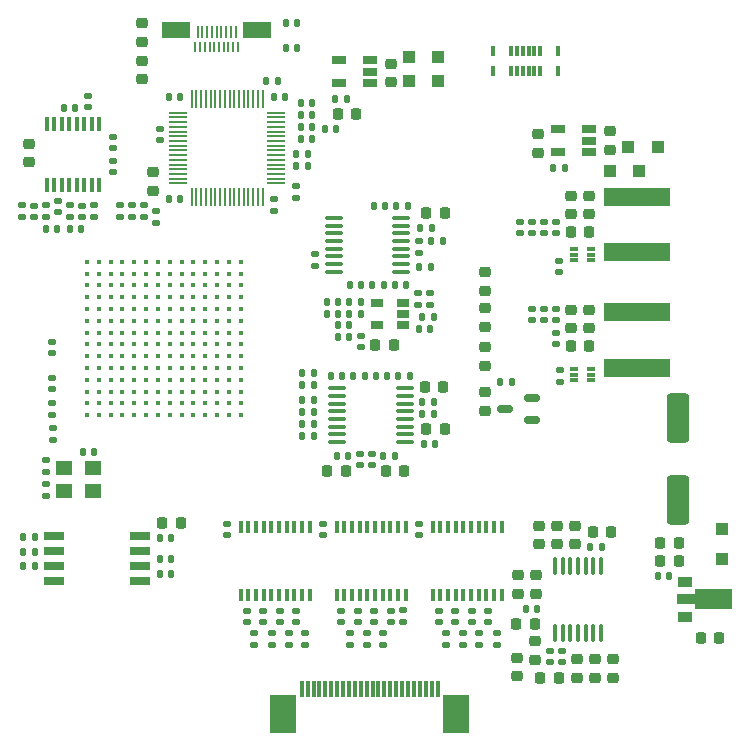
<source format=gbr>
%TF.GenerationSoftware,KiCad,Pcbnew,8.0.7*%
%TF.CreationDate,2025-01-06T00:02:34+01:00*%
%TF.ProjectId,hd_64_v0,68645f36-345f-4763-902e-6b696361645f,0.2*%
%TF.SameCoordinates,PX4737720PY55fe290*%
%TF.FileFunction,Paste,Top*%
%TF.FilePolarity,Positive*%
%FSLAX46Y46*%
G04 Gerber Fmt 4.6, Leading zero omitted, Abs format (unit mm)*
G04 Created by KiCad (PCBNEW 8.0.7) date 2025-01-06 00:02:34*
%MOMM*%
%LPD*%
G01*
G04 APERTURE LIST*
G04 Aperture macros list*
%AMRoundRect*
0 Rectangle with rounded corners*
0 $1 Rounding radius*
0 $2 $3 $4 $5 $6 $7 $8 $9 X,Y pos of 4 corners*
0 Add a 4 corners polygon primitive as box body*
4,1,4,$2,$3,$4,$5,$6,$7,$8,$9,$2,$3,0*
0 Add four circle primitives for the rounded corners*
1,1,$1+$1,$2,$3*
1,1,$1+$1,$4,$5*
1,1,$1+$1,$6,$7*
1,1,$1+$1,$8,$9*
0 Add four rect primitives between the rounded corners*
20,1,$1+$1,$2,$3,$4,$5,0*
20,1,$1+$1,$4,$5,$6,$7,0*
20,1,$1+$1,$6,$7,$8,$9,0*
20,1,$1+$1,$8,$9,$2,$3,0*%
%AMFreePoly0*
4,1,9,3.862500,-0.866500,0.737500,-0.866500,0.737500,-0.450000,-0.737500,-0.450000,-0.737500,0.450000,0.737500,0.450000,0.737500,0.866500,3.862500,0.866500,3.862500,-0.866500,3.862500,-0.866500,$1*%
G04 Aperture macros list end*
%ADD10RoundRect,0.218750X0.256250X-0.218750X0.256250X0.218750X-0.256250X0.218750X-0.256250X-0.218750X0*%
%ADD11RoundRect,0.147500X0.172500X-0.147500X0.172500X0.147500X-0.172500X0.147500X-0.172500X-0.147500X0*%
%ADD12RoundRect,0.147500X-0.172500X0.147500X-0.172500X-0.147500X0.172500X-0.147500X0.172500X0.147500X0*%
%ADD13RoundRect,0.150000X0.512500X0.150000X-0.512500X0.150000X-0.512500X-0.150000X0.512500X-0.150000X0*%
%ADD14RoundRect,0.147500X-0.147500X-0.172500X0.147500X-0.172500X0.147500X0.172500X-0.147500X0.172500X0*%
%ADD15RoundRect,0.147500X0.147500X0.172500X-0.147500X0.172500X-0.147500X-0.172500X0.147500X-0.172500X0*%
%ADD16R,0.400000X1.000000*%
%ADD17RoundRect,0.100000X0.637500X0.100000X-0.637500X0.100000X-0.637500X-0.100000X0.637500X-0.100000X0*%
%ADD18R,1.300000X0.900000*%
%ADD19FreePoly0,0.000000*%
%ADD20RoundRect,0.218750X-0.218750X-0.256250X0.218750X-0.256250X0.218750X0.256250X-0.218750X0.256250X0*%
%ADD21R,0.400000X1.200000*%
%ADD22R,2.200000X3.300000*%
%ADD23R,0.300000X1.400000*%
%ADD24RoundRect,0.100000X-0.637500X-0.100000X0.637500X-0.100000X0.637500X0.100000X-0.637500X0.100000X0*%
%ADD25R,1.000000X1.000000*%
%ADD26R,5.700000X1.600000*%
%ADD27RoundRect,0.218750X-0.256250X0.218750X-0.256250X-0.218750X0.256250X-0.218750X0.256250X0.218750X0*%
%ADD28RoundRect,0.250000X-0.700000X1.825000X-0.700000X-1.825000X0.700000X-1.825000X0.700000X1.825000X0*%
%ADD29R,1.060000X0.650000*%
%ADD30RoundRect,0.218750X0.218750X0.256250X-0.218750X0.256250X-0.218750X-0.256250X0.218750X-0.256250X0*%
%ADD31R,0.304800X0.863600*%
%ADD32R,0.700000X0.340000*%
%ADD33R,1.400000X1.200000*%
%ADD34RoundRect,0.062500X0.687500X0.062500X-0.687500X0.062500X-0.687500X-0.062500X0.687500X-0.062500X0*%
%ADD35RoundRect,0.062500X0.062500X0.687500X-0.062500X0.687500X-0.062500X-0.687500X0.062500X-0.687500X0*%
%ADD36R,1.220000X0.650000*%
%ADD37R,1.700000X0.650000*%
%ADD38C,0.450000*%
%ADD39R,0.230000X0.850000*%
%ADD40R,0.230000X1.000000*%
%ADD41R,2.400000X1.380000*%
%ADD42RoundRect,0.100000X0.100000X-0.637500X0.100000X0.637500X-0.100000X0.637500X-0.100000X-0.637500X0*%
G04 APERTURE END LIST*
D10*
X2924000Y49082500D03*
X2924000Y50657500D03*
D11*
X36888500Y37036000D03*
X36888500Y38006000D03*
D12*
X33528000Y11130000D03*
X33528000Y10160000D03*
D11*
X4826000Y27709000D03*
X4826000Y28679000D03*
D12*
X38989000Y11130000D03*
X38989000Y10160000D03*
X30099000Y9225000D03*
X30099000Y8255000D03*
D13*
X45460500Y27244000D03*
X45460500Y29144000D03*
X43185500Y28194000D03*
D14*
X2436000Y17399000D03*
X3406000Y17399000D03*
D15*
X29949000Y24257000D03*
X28979000Y24257000D03*
D10*
X52093000Y50139500D03*
X52093000Y51714500D03*
D16*
X28952000Y12444000D03*
X29602000Y12444000D03*
X30252000Y12444000D03*
X30902000Y12444000D03*
X31552000Y12444000D03*
X32202000Y12444000D03*
X32852000Y12444000D03*
X33502000Y12444000D03*
X34152000Y12444000D03*
X34802000Y12444000D03*
X34802000Y18244000D03*
X34152000Y18244000D03*
X33502000Y18244000D03*
X32852000Y18244000D03*
X32202000Y18244000D03*
X31552000Y18244000D03*
X30902000Y18244000D03*
X30252000Y18244000D03*
X29602000Y18244000D03*
X28952000Y18244000D03*
D17*
X34739500Y25411000D03*
X34739500Y26061000D03*
X34739500Y26711000D03*
X34739500Y27361000D03*
X34739500Y28011000D03*
X34739500Y28661000D03*
X34739500Y29311000D03*
X34739500Y29961000D03*
X29014500Y29961000D03*
X29014500Y29311000D03*
X29014500Y28661000D03*
X29014500Y28011000D03*
X29014500Y27361000D03*
X29014500Y26711000D03*
X29014500Y26061000D03*
X29014500Y25411000D03*
D12*
X30929500Y24402000D03*
X30929500Y23432000D03*
D15*
X24615000Y54610000D03*
X23645000Y54610000D03*
D18*
X58476500Y13589000D03*
D19*
X58564000Y12089000D03*
D18*
X58476500Y10589000D03*
D12*
X25527000Y11130000D03*
X25527000Y10160000D03*
D15*
X51412000Y16510000D03*
X50442000Y16510000D03*
D11*
X5334000Y44854000D03*
X5334000Y45824000D03*
D15*
X37188000Y27813000D03*
X36218000Y27813000D03*
D20*
X56362500Y16891000D03*
X57937500Y16891000D03*
D12*
X42545000Y9225000D03*
X42545000Y8255000D03*
D20*
X33121500Y22987000D03*
X34696500Y22987000D03*
D14*
X28139000Y36270000D03*
X29109000Y36270000D03*
D21*
X4401500Y47170000D03*
X5036500Y47170000D03*
X5671500Y47170000D03*
X6306500Y47170000D03*
X6941500Y47170000D03*
X7576500Y47170000D03*
X8211500Y47170000D03*
X8846500Y47170000D03*
X8846500Y52370000D03*
X8211500Y52370000D03*
X7576500Y52370000D03*
X6941500Y52370000D03*
X6306500Y52370000D03*
X5671500Y52370000D03*
X5036500Y52370000D03*
X4401500Y52370000D03*
D22*
X24400000Y2407500D03*
X39100000Y2407500D03*
D23*
X26000000Y4477500D03*
X26500000Y4477500D03*
X27000000Y4477500D03*
X27500000Y4477500D03*
X28000000Y4477500D03*
X28500000Y4477500D03*
X29000000Y4477500D03*
X29500000Y4477500D03*
X30000000Y4477500D03*
X30500000Y4477500D03*
X31000000Y4477500D03*
X31500000Y4477500D03*
X32000000Y4477500D03*
X32500000Y4477500D03*
X33000000Y4477500D03*
X33500000Y4477500D03*
X34000000Y4477500D03*
X34500000Y4477500D03*
X35000000Y4477500D03*
X35500000Y4477500D03*
X36000000Y4477500D03*
X36500000Y4477500D03*
X37000000Y4477500D03*
X37500000Y4477500D03*
D12*
X30734000Y11130000D03*
X30734000Y10160000D03*
D15*
X27028000Y28956000D03*
X26058000Y28956000D03*
D24*
X28692000Y44368000D03*
X28692000Y43718000D03*
X28692000Y43068000D03*
X28692000Y42418000D03*
X28692000Y41768000D03*
X28692000Y41118000D03*
X28692000Y40468000D03*
X28692000Y39818000D03*
X34417000Y39818000D03*
X34417000Y40468000D03*
X34417000Y41118000D03*
X34417000Y41768000D03*
X34417000Y42418000D03*
X34417000Y43068000D03*
X34417000Y43718000D03*
X34417000Y44368000D03*
D12*
X7386000Y45429000D03*
X7386000Y44459000D03*
D25*
X61595000Y18014000D03*
X61595000Y15514000D03*
D26*
X54399000Y41465000D03*
X54399000Y46165000D03*
D15*
X26520000Y48768000D03*
X25550000Y48768000D03*
X34833500Y38664000D03*
X33863500Y38664000D03*
D20*
X28168500Y22987000D03*
X29743500Y22987000D03*
D14*
X29039000Y34270000D03*
X30009000Y34270000D03*
D27*
X49276000Y7010500D03*
X49276000Y5435500D03*
D15*
X29822000Y54483000D03*
X28852000Y54483000D03*
D12*
X29337000Y11130000D03*
X29337000Y10160000D03*
D28*
X57872500Y27478000D03*
X57872500Y20528000D03*
D12*
X46990000Y7724000D03*
X46990000Y6754000D03*
D10*
X41529000Y35153500D03*
X41529000Y36728500D03*
D14*
X23010000Y56007000D03*
X23980000Y56007000D03*
D20*
X36423500Y30099000D03*
X37998500Y30099000D03*
D25*
X53657000Y50419000D03*
X56157000Y50419000D03*
D15*
X36934000Y40259000D03*
X35964000Y40259000D03*
D29*
X34559500Y35301000D03*
X34559500Y36251000D03*
X34559500Y37201000D03*
X32359500Y37201000D03*
X32359500Y35301000D03*
D30*
X38125500Y44760000D03*
X36550500Y44760000D03*
D12*
X23624000Y45955000D03*
X23624000Y44985000D03*
D14*
X26058000Y26924000D03*
X27028000Y26924000D03*
D11*
X19685000Y17526000D03*
X19685000Y18496000D03*
D31*
X47708000Y56793000D03*
X46208000Y56793000D03*
X45708001Y56793000D03*
X45208000Y56793000D03*
X44708000Y56793000D03*
X44207999Y56793000D03*
X43708000Y56793000D03*
X42208000Y56793000D03*
X42208000Y58523000D03*
X43708000Y58523000D03*
X44207999Y58523000D03*
X44708000Y58523000D03*
X45208000Y58523000D03*
X45708001Y58523000D03*
X46208000Y58523000D03*
X47708000Y58523000D03*
D15*
X5311000Y43434000D03*
X4341000Y43434000D03*
D11*
X47541000Y43076000D03*
X47541000Y44046000D03*
D15*
X15725000Y54610000D03*
X14755000Y54610000D03*
D14*
X32916000Y24257000D03*
X33886000Y24257000D03*
D20*
X50647500Y17780000D03*
X52222500Y17780000D03*
D15*
X48280000Y48641000D03*
X47310000Y48641000D03*
X33251000Y30988000D03*
X32281000Y30988000D03*
D14*
X28139000Y37270000D03*
X29109000Y37270000D03*
D12*
X4318000Y21821000D03*
X4318000Y20851000D03*
X26289000Y9225000D03*
X26289000Y8255000D03*
D20*
X48785500Y43180000D03*
X50360500Y43180000D03*
D15*
X36992500Y43490000D03*
X36022500Y43490000D03*
X26520000Y49784000D03*
X25550000Y49784000D03*
D12*
X4924000Y26555000D03*
X4924000Y25585000D03*
D27*
X50335000Y46253500D03*
X50335000Y44678500D03*
D15*
X27028000Y31242000D03*
X26058000Y31242000D03*
D20*
X56362500Y15367000D03*
X57937500Y15367000D03*
D12*
X2286000Y45443000D03*
X2286000Y44473000D03*
D11*
X10053000Y50301000D03*
X10053000Y51271000D03*
D12*
X21971000Y9225000D03*
X21971000Y8255000D03*
D10*
X41529000Y38201500D03*
X41529000Y39776500D03*
D15*
X26901000Y52070000D03*
X25931000Y52070000D03*
D12*
X24892000Y9225000D03*
X24892000Y8255000D03*
D27*
X44196000Y7137500D03*
X44196000Y5562500D03*
D15*
X57127000Y14097000D03*
X56157000Y14097000D03*
D20*
X29057500Y53213000D03*
X30632500Y53213000D03*
D15*
X35156000Y30988000D03*
X34186000Y30988000D03*
D12*
X13624000Y44955000D03*
X13624000Y43985000D03*
X30988000Y34394000D03*
X30988000Y33424000D03*
D27*
X47625000Y18313500D03*
X47625000Y16738500D03*
X52324000Y7010500D03*
X52324000Y5435500D03*
D15*
X31346000Y30988000D03*
X30376000Y30988000D03*
D12*
X6350000Y45443000D03*
X6350000Y44473000D03*
D15*
X32928500Y38664000D03*
X31958500Y38664000D03*
D32*
X50534000Y40775000D03*
X50534000Y41275000D03*
X50534000Y41775000D03*
X49034000Y41775000D03*
X49034000Y41275000D03*
X49034000Y40775000D03*
D10*
X12446000Y56108500D03*
X12446000Y57683500D03*
D11*
X27813000Y17526000D03*
X27813000Y18496000D03*
D15*
X28933000Y51943000D03*
X27963000Y51943000D03*
D12*
X41783000Y11130000D03*
X41783000Y10160000D03*
D33*
X5912000Y21275000D03*
X8312000Y21275000D03*
X8312000Y23175000D03*
X5912000Y23175000D03*
D12*
X27109500Y41308000D03*
X27109500Y40338000D03*
D14*
X33990500Y45395000D03*
X34960500Y45395000D03*
D27*
X46101000Y18313500D03*
X46101000Y16738500D03*
D15*
X15709000Y45970000D03*
X14739000Y45970000D03*
X26901000Y54102000D03*
X25931000Y54102000D03*
D10*
X33528000Y55854500D03*
X33528000Y57429500D03*
D12*
X32893000Y9225000D03*
X32893000Y8255000D03*
D15*
X37315000Y25273000D03*
X36345000Y25273000D03*
D30*
X33807500Y33655000D03*
X32232500Y33655000D03*
D14*
X2436000Y16129000D03*
X3406000Y16129000D03*
X36980000Y42418000D03*
X37950000Y42418000D03*
D12*
X11624000Y45455000D03*
X11624000Y44485000D03*
X48006000Y7724000D03*
X48006000Y6754000D03*
X10624000Y45455000D03*
X10624000Y44485000D03*
D27*
X41529000Y33426500D03*
X41529000Y31851500D03*
D12*
X45466000Y36680000D03*
X45466000Y35710000D03*
X41021000Y9225000D03*
X41021000Y8255000D03*
D34*
X23860000Y47292000D03*
X23860000Y47692000D03*
X23860000Y48092000D03*
X23860000Y48492000D03*
X23860000Y48892000D03*
X23860000Y49292000D03*
X23860000Y49692000D03*
X23860000Y50092000D03*
X23860000Y50492000D03*
X23860000Y50892000D03*
X23860000Y51292000D03*
X23860000Y51692000D03*
X23860000Y52092000D03*
X23860000Y52492000D03*
X23860000Y52892000D03*
X23860000Y53292000D03*
D35*
X22685000Y54467000D03*
X22285000Y54467000D03*
X21885000Y54467000D03*
X21485000Y54467000D03*
X21085000Y54467000D03*
X20685000Y54467000D03*
X20285000Y54467000D03*
X19885000Y54467000D03*
X19485000Y54467000D03*
X19085000Y54467000D03*
X18685000Y54467000D03*
X18285000Y54467000D03*
X17885000Y54467000D03*
X17485000Y54467000D03*
X17085000Y54467000D03*
X16685000Y54467000D03*
D34*
X15510000Y53292000D03*
X15510000Y52892000D03*
X15510000Y52492000D03*
X15510000Y52092000D03*
X15510000Y51692000D03*
X15510000Y51292000D03*
X15510000Y50892000D03*
X15510000Y50492000D03*
X15510000Y50092000D03*
X15510000Y49692000D03*
X15510000Y49292000D03*
X15510000Y48892000D03*
X15510000Y48492000D03*
X15510000Y48092000D03*
X15510000Y47692000D03*
X15510000Y47292000D03*
D35*
X16685000Y46117000D03*
X17085000Y46117000D03*
X17485000Y46117000D03*
X17885000Y46117000D03*
X18285000Y46117000D03*
X18685000Y46117000D03*
X19085000Y46117000D03*
X19485000Y46117000D03*
X19885000Y46117000D03*
X20285000Y46117000D03*
X20685000Y46117000D03*
X21085000Y46117000D03*
X21485000Y46117000D03*
X21885000Y46117000D03*
X22285000Y46117000D03*
X22685000Y46117000D03*
D12*
X3324000Y45429000D03*
X3324000Y44459000D03*
D20*
X36550500Y26543000D03*
X38125500Y26543000D03*
D12*
X47879000Y31473000D03*
X47879000Y30503000D03*
X37592000Y11130000D03*
X37592000Y10160000D03*
D10*
X46017000Y49885500D03*
X46017000Y51460500D03*
D11*
X34544000Y10183000D03*
X34544000Y11153000D03*
D12*
X31945500Y24402000D03*
X31945500Y23432000D03*
D36*
X31790000Y55819000D03*
X31790000Y56769000D03*
X31790000Y57719000D03*
X29170000Y57719000D03*
X29170000Y55819000D03*
D12*
X7874000Y54714000D03*
X7874000Y53744000D03*
X35872500Y38006000D03*
X35872500Y37036000D03*
X31496000Y9225000D03*
X31496000Y8255000D03*
D27*
X50335000Y36601500D03*
X50335000Y35026500D03*
D15*
X29441000Y30988000D03*
X28471000Y30988000D03*
D14*
X24661000Y60870000D03*
X25631000Y60870000D03*
D15*
X27028000Y30226000D03*
X26058000Y30226000D03*
D25*
X35072000Y58039000D03*
X37572000Y58039000D03*
D11*
X13970000Y50973000D03*
X13970000Y51943000D03*
D27*
X45847000Y14122500D03*
X45847000Y12547500D03*
D12*
X38227000Y9225000D03*
X38227000Y8255000D03*
X32131000Y11130000D03*
X32131000Y10160000D03*
D27*
X50800000Y7010500D03*
X50800000Y5435500D03*
D37*
X5024000Y17410000D03*
X5024000Y16140000D03*
X5024000Y14870000D03*
X5024000Y13600000D03*
X12324000Y13600000D03*
X12324000Y14870000D03*
X12324000Y16140000D03*
X12324000Y17410000D03*
D14*
X25931000Y51054000D03*
X26901000Y51054000D03*
D12*
X40386000Y11130000D03*
X40386000Y10160000D03*
X22733000Y11130000D03*
X22733000Y10160000D03*
D11*
X47541000Y33678000D03*
X47541000Y34648000D03*
D27*
X49149000Y18313500D03*
X49149000Y16738500D03*
D15*
X37188000Y28829000D03*
X36218000Y28829000D03*
D10*
X12446000Y59283500D03*
X12446000Y60858500D03*
D12*
X44450000Y44046000D03*
X44450000Y43076000D03*
D38*
X20824000Y27670000D03*
X19824000Y27670000D03*
X18824000Y27670000D03*
X17824000Y27670000D03*
X16824000Y27670000D03*
X15824000Y27670000D03*
X14824000Y27670000D03*
X13824000Y27670000D03*
X12824000Y27670000D03*
X11824000Y27670000D03*
X10824000Y27670000D03*
X9824000Y27670000D03*
X8824000Y27670000D03*
X7824000Y27670000D03*
X20824000Y28670000D03*
X19824000Y28670000D03*
X18824000Y28670000D03*
X17824000Y28670000D03*
X16824000Y28670000D03*
X15824000Y28670000D03*
X14824000Y28670000D03*
X13824000Y28670000D03*
X12824000Y28670000D03*
X11824000Y28670000D03*
X10824000Y28670000D03*
X9824000Y28670000D03*
X8824000Y28670000D03*
X7824000Y28670000D03*
X20824000Y29670000D03*
X19824000Y29670000D03*
X18824000Y29670000D03*
X17824000Y29670000D03*
X16824000Y29670000D03*
X15824000Y29670000D03*
X14824000Y29670000D03*
X13824000Y29670000D03*
X12824000Y29670000D03*
X11824000Y29670000D03*
X10824000Y29670000D03*
X9824000Y29670000D03*
X8824000Y29670000D03*
X7824000Y29670000D03*
X20824000Y30670000D03*
X19824000Y30670000D03*
X18824000Y30670000D03*
X17824000Y30670000D03*
X16824000Y30670000D03*
X15824000Y30670000D03*
X14824000Y30670000D03*
X13824000Y30670000D03*
X12824000Y30670000D03*
X11824000Y30670000D03*
X10824000Y30670000D03*
X9824000Y30670000D03*
X8824000Y30670000D03*
X7824000Y30670000D03*
X20824000Y31670000D03*
X19824000Y31670000D03*
X18824000Y31670000D03*
X17824000Y31670000D03*
X16824000Y31670000D03*
X15824000Y31670000D03*
X14824000Y31670000D03*
X13824000Y31670000D03*
X12824000Y31670000D03*
X11824000Y31670000D03*
X10824000Y31670000D03*
X9824000Y31670000D03*
X8824000Y31670000D03*
X7824000Y31670000D03*
X20824000Y32670000D03*
X19824000Y32670000D03*
X18824000Y32670000D03*
X17824000Y32670000D03*
X16824000Y32670000D03*
X15824000Y32670000D03*
X14824000Y32670000D03*
X13824000Y32670000D03*
X12824000Y32670000D03*
X11824000Y32670000D03*
X10824000Y32670000D03*
X9824000Y32670000D03*
X8824000Y32670000D03*
X7824000Y32670000D03*
X20824000Y33670000D03*
X19824000Y33670000D03*
X18824000Y33670000D03*
X17824000Y33670000D03*
X16824000Y33670000D03*
X15824000Y33670000D03*
X14824000Y33670000D03*
X13824000Y33670000D03*
X12824000Y33670000D03*
X11824000Y33670000D03*
X10824000Y33670000D03*
X9824000Y33670000D03*
X8824000Y33670000D03*
X7824000Y33670000D03*
X20824000Y34670000D03*
X19824000Y34670000D03*
X18824000Y34670000D03*
X17824000Y34670000D03*
X16824000Y34670000D03*
X15824000Y34670000D03*
X14824000Y34670000D03*
X13824000Y34670000D03*
X12824000Y34670000D03*
X11824000Y34670000D03*
X10824000Y34670000D03*
X9824000Y34670000D03*
X8824000Y34670000D03*
X7824000Y34670000D03*
X20824000Y35670000D03*
X19824000Y35670000D03*
X18824000Y35670000D03*
X17824000Y35670000D03*
X16824000Y35670000D03*
X15824000Y35670000D03*
X14824000Y35670000D03*
X13824000Y35670000D03*
X12824000Y35670000D03*
X11824000Y35670000D03*
X10824000Y35670000D03*
X9824000Y35670000D03*
X8824000Y35670000D03*
X7824000Y35670000D03*
X20824000Y36670000D03*
X19824000Y36670000D03*
X18824000Y36670000D03*
X17824000Y36670000D03*
X16824000Y36670000D03*
X15824000Y36670000D03*
X14824000Y36670000D03*
X13824000Y36670000D03*
X12824000Y36670000D03*
X11824000Y36670000D03*
X10824000Y36670000D03*
X9824000Y36670000D03*
X8824000Y36670000D03*
X7824000Y36670000D03*
X20824000Y37670000D03*
X19824000Y37670000D03*
X18824000Y37670000D03*
X17824000Y37670000D03*
X16824000Y37670000D03*
X15824000Y37670000D03*
X14824000Y37670000D03*
X13824000Y37670000D03*
X12824000Y37670000D03*
X11824000Y37670000D03*
X10824000Y37670000D03*
X9824000Y37670000D03*
X8824000Y37670000D03*
X7824000Y37670000D03*
X20824000Y38670000D03*
X19824000Y38670000D03*
X18824000Y38670000D03*
X17824000Y38670000D03*
X16824000Y38670000D03*
X15824000Y38670000D03*
X14824000Y38670000D03*
X13824000Y38670000D03*
X12824000Y38670000D03*
X11824000Y38670000D03*
X10824000Y38670000D03*
X9824000Y38670000D03*
X8824000Y38670000D03*
X7824000Y38670000D03*
X20824000Y39670000D03*
X19824000Y39670000D03*
X18824000Y39670000D03*
X17824000Y39670000D03*
X16824000Y39670000D03*
X15824000Y39670000D03*
X14824000Y39670000D03*
X13824000Y39670000D03*
X12824000Y39670000D03*
X11824000Y39670000D03*
X10824000Y39670000D03*
X9824000Y39670000D03*
X8824000Y39670000D03*
X7824000Y39670000D03*
X20824000Y40670000D03*
X19824000Y40670000D03*
X18824000Y40670000D03*
X17824000Y40670000D03*
X16824000Y40670000D03*
X15824000Y40670000D03*
X14824000Y40670000D03*
X13824000Y40670000D03*
X12824000Y40670000D03*
X11824000Y40670000D03*
X10824000Y40670000D03*
X9824000Y40670000D03*
X8824000Y40670000D03*
X7824000Y40670000D03*
D14*
X44981000Y11303000D03*
X45951000Y11303000D03*
D15*
X43792000Y30480000D03*
X42822000Y30480000D03*
D11*
X35941000Y17526000D03*
X35941000Y18496000D03*
D39*
X16996000Y58852000D03*
D40*
X17196000Y60077000D03*
D39*
X17396000Y58852000D03*
D40*
X17596000Y60077000D03*
D39*
X17796000Y58852000D03*
D40*
X17996000Y60077000D03*
D39*
X18196000Y58852000D03*
D40*
X18396000Y60077000D03*
D39*
X18596000Y58852000D03*
D40*
X18796000Y60077000D03*
D39*
X18996000Y58852000D03*
D40*
X19196000Y60077000D03*
D39*
X19396000Y58852000D03*
D40*
X19596000Y60077000D03*
D39*
X19796000Y58852000D03*
D40*
X19996000Y60077000D03*
D39*
X20196000Y58852000D03*
D40*
X20396000Y60077000D03*
D39*
X20596000Y58852000D03*
D41*
X22246000Y60267000D03*
X15346000Y60267000D03*
D14*
X24661000Y58801000D03*
X25631000Y58801000D03*
D30*
X47777500Y5461000D03*
X46202500Y5461000D03*
D15*
X31023500Y38664000D03*
X30053500Y38664000D03*
D14*
X7439000Y24570000D03*
X8409000Y24570000D03*
D32*
X50534000Y30615000D03*
X50534000Y31115000D03*
X50534000Y31615000D03*
X49034000Y31615000D03*
X49034000Y31115000D03*
X49034000Y30615000D03*
D11*
X46482000Y35710000D03*
X46482000Y36680000D03*
D27*
X48811000Y46253500D03*
X48811000Y44678500D03*
D11*
X4826000Y32916000D03*
X4826000Y33886000D03*
D15*
X14963000Y17272000D03*
X13993000Y17272000D03*
D20*
X48785500Y33528000D03*
X50360500Y33528000D03*
D12*
X12624000Y45455000D03*
X12624000Y44485000D03*
D14*
X35895500Y34981000D03*
X36865500Y34981000D03*
D15*
X37188000Y35997000D03*
X36218000Y35997000D03*
D12*
X4824000Y30855000D03*
X4824000Y29885000D03*
D42*
X47453000Y9202500D03*
X48103000Y9202500D03*
X48753000Y9202500D03*
X49403000Y9202500D03*
X50053000Y9202500D03*
X50703000Y9202500D03*
X51353000Y9202500D03*
X51353000Y14927500D03*
X50703000Y14927500D03*
X50053000Y14927500D03*
X49403000Y14927500D03*
X48753000Y14927500D03*
X48103000Y14927500D03*
X47453000Y14927500D03*
D27*
X41529000Y29616500D03*
X41529000Y28041500D03*
D14*
X32085500Y45395000D03*
X33055500Y45395000D03*
D15*
X31009000Y37270000D03*
X30039000Y37270000D03*
D25*
X52070000Y48387000D03*
X54570000Y48387000D03*
D36*
X50355000Y49977000D03*
X50355000Y50927000D03*
X50355000Y51877000D03*
X47735000Y51877000D03*
X47735000Y49977000D03*
D12*
X8382000Y45443000D03*
X8382000Y44473000D03*
D27*
X44323000Y14122500D03*
X44323000Y12547500D03*
D12*
X46482000Y44046000D03*
X46482000Y43076000D03*
D14*
X26058000Y27940000D03*
X27028000Y27940000D03*
D15*
X14963000Y14224000D03*
X13993000Y14224000D03*
D12*
X4318000Y45443000D03*
X4318000Y44473000D03*
D11*
X10053000Y48269000D03*
X10053000Y49239000D03*
D15*
X26901000Y53086000D03*
X25931000Y53086000D03*
D11*
X45466000Y43076000D03*
X45466000Y44046000D03*
D27*
X45720000Y8534500D03*
X45720000Y6959500D03*
D10*
X13424000Y46682500D03*
X13424000Y48257500D03*
D20*
X59791500Y8787000D03*
X61366500Y8787000D03*
D14*
X26058000Y25908000D03*
X27028000Y25908000D03*
D15*
X14963000Y15494000D03*
X13993000Y15494000D03*
D26*
X54399000Y31686000D03*
X54399000Y36386000D03*
D14*
X2436000Y14870000D03*
X3406000Y14870000D03*
D12*
X25524000Y47055000D03*
X25524000Y46085000D03*
D20*
X14198500Y18542000D03*
X15773500Y18542000D03*
D12*
X23495000Y9225000D03*
X23495000Y8255000D03*
D14*
X6350000Y43434000D03*
X7320000Y43434000D03*
D12*
X21336000Y11130000D03*
X21336000Y10160000D03*
X47498000Y36680000D03*
X47498000Y35710000D03*
D11*
X35941000Y41425000D03*
X35941000Y42395000D03*
D12*
X24130000Y11130000D03*
X24130000Y10160000D03*
D14*
X5865000Y53721000D03*
X6835000Y53721000D03*
D16*
X37080000Y12444000D03*
X37730000Y12444000D03*
X38380000Y12444000D03*
X39030000Y12444000D03*
X39680000Y12444000D03*
X40330000Y12444000D03*
X40980000Y12444000D03*
X41630000Y12444000D03*
X42280000Y12444000D03*
X42930000Y12444000D03*
X42930000Y18244000D03*
X42280000Y18244000D03*
X41630000Y18244000D03*
X40980000Y18244000D03*
X40330000Y18244000D03*
X39680000Y18244000D03*
X39030000Y18244000D03*
X38380000Y18244000D03*
X37730000Y18244000D03*
X37080000Y18244000D03*
D12*
X47752000Y40744000D03*
X47752000Y39774000D03*
X39624000Y9225000D03*
X39624000Y8255000D03*
D14*
X29039000Y35270000D03*
X30009000Y35270000D03*
D12*
X4318000Y23853000D03*
X4318000Y22883000D03*
D27*
X48811000Y36601500D03*
X48811000Y35026500D03*
D15*
X31009000Y36270000D03*
X30039000Y36270000D03*
D25*
X35072000Y56007000D03*
X37572000Y56007000D03*
D20*
X44170500Y10033000D03*
X45745500Y10033000D03*
D16*
X20824000Y12444000D03*
X21474000Y12444000D03*
X22124000Y12444000D03*
X22774000Y12444000D03*
X23424000Y12444000D03*
X24074000Y12444000D03*
X24724000Y12444000D03*
X25374000Y12444000D03*
X26024000Y12444000D03*
X26674000Y12444000D03*
X26674000Y18244000D03*
X26024000Y18244000D03*
X25374000Y18244000D03*
X24724000Y18244000D03*
X24074000Y18244000D03*
X23424000Y18244000D03*
X22774000Y18244000D03*
X22124000Y18244000D03*
X21474000Y18244000D03*
X20824000Y18244000D03*
M02*

</source>
